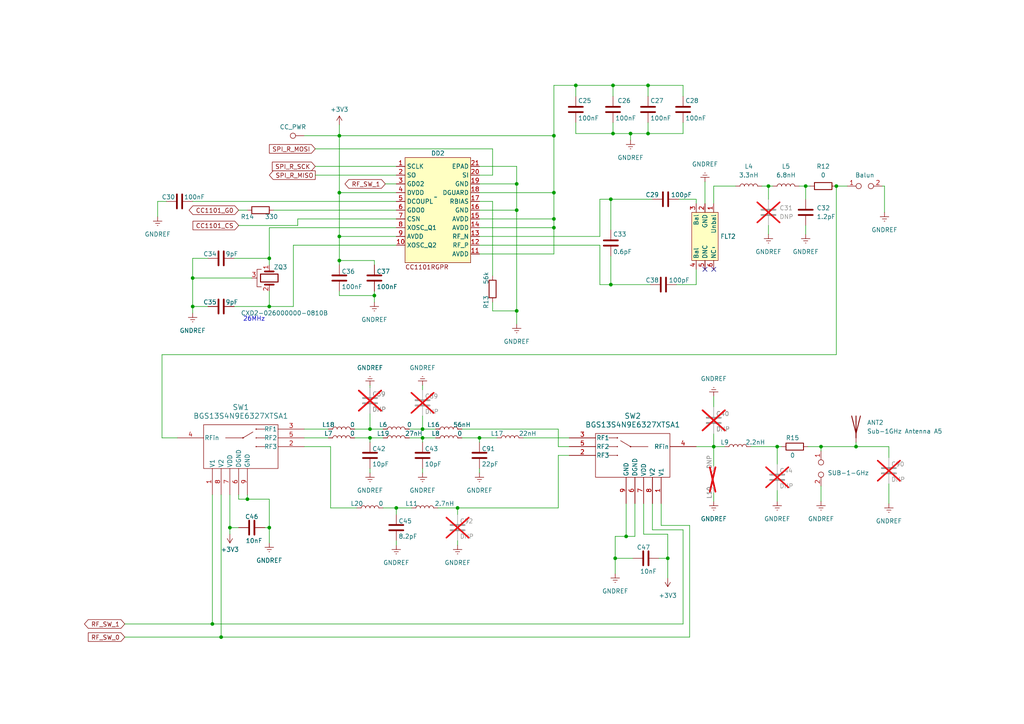
<source format=kicad_sch>
(kicad_sch (version 20230121) (generator eeschema)
  (paper "A4")
  (title_block (title "Flipper Device DIY") (rev "13.F7B9C6") (company "Originally from : Flipper Devices Inc.") (comment 1 "DIY Version 1.0"))
  (lib_symbols
    (symbol "BGS13S4N9E6327XTSA1:BGS13S4N9E6327XTSA1" (pin_names (offset 0.254))
      (property "Reference" "SW" (at 20.32 10.16 0))
      (property "Value" "BGS13S4N9E6327XTSA1" (at 20.32 7.62 0))
      (symbol "BGS13S4N9E6327XTSA1_0_1"
        (pin bidirectional line (at 13.97 -20.32 90) (length 7.62) (name "V1") (number "1"))
        (pin bidirectional line (at 40.64 -6.35 180) (length 7.62) (name "RF3") (number "2"))
        (pin bidirectional line (at 40.64 -1.27 180) (length 7.62) (name "RF1") (number "3"))
        (pin unspecified line (at 3.81 -3.81 0) (length 7.62) (name "RFin") (number "4"))
        (pin bidirectional line (at 40.64 -3.81 180) (length 7.62) (name "RF2") (number "5"))
        (pin power_out line (at 21.59 -20.32 90) (length 7.62) (name "DGND") (number "6"))
        (pin power_in line (at 19.05 -20.32 90) (length 7.62) (name "VDD") (number "7"))
        (pin bidirectional line (at 16.51 -20.32 90) (length 7.62) (name "V2") (number "8"))
        (pin power_out line (at 24.13 -20.32 90) (length 7.62) (name "GND") (number "9"))
      )
      (symbol "BGS13S4N9E6327XTSA1_1_1"
        (polyline (pts (xy 17.78 -3.81) (xy 22.86 -3.81)))
        (polyline (pts (xy 22.86 -3.81) (xy 25.7472 -2.0859)))
        (polyline (pts (xy 29.21 -6.35) (xy 26.67 -6.35)))
        (polyline (pts (xy 29.21 -3.81) (xy 26.67 -3.81)))
        (polyline (pts (xy 29.21 -1.27) (xy 26.67 -1.27)))
        (rectangle (start 11.43 0) (end 33.02 -12.7))
        (circle (center 22.86 -3.81) (radius 0.1396))
        (circle (center 26.67 -6.35) (radius 0.1001))
        (circle (center 26.67 -3.81) (radius 0.0899))
        (circle (center 26.67 -1.27) (radius 0.1168))
      )
    )
    (symbol "Connector:TestPoint" (pin_numbers hide) (pin_names (offset 0.762) hide)
      (property "Reference" "TP" (at 0 6.858 0))
      (property "Value" "TestPoint" (at 0 5.08 0))
      (symbol "TestPoint_0_1"
        (circle (center 0 3.302) (radius 0.762))
      )
      (symbol "TestPoint_1_1"
        (pin passive line (at 0 0 90) (length 2.54) (name "1") (number "1"))
      )
    )
    (symbol "Connector:TestPoint_2Pole" (pin_names (offset 0.762) hide)
      (property "Reference" "TP" (at 0 1.524 0))
      (property "Value" "TestPoint_2Pole" (at 0 -1.778 0))
      (symbol "TestPoint_2Pole_0_1"
        (circle (center -1.778 0) (radius 0.762))
        (circle (center 1.778 0) (radius 0.762))
        (pin passive line (at -5.08 0 0) (length 2.54) (name "1") (number "1"))
        (pin passive line (at 5.08 0 180) (length 2.54) (name "2") (number "2"))
      )
    )
    (symbol "Device:Antenna" (pin_numbers hide) (pin_names (offset 1.016) hide)
      (property "Reference" "AE" (at -1.905 1.905 0))
      (property "Value" "Antenna" (at -1.905 0 0))
      (symbol "Antenna_0_1"
        (polyline (pts (xy 0 2.54) (xy 0 -3.81)) (stroke (width 0.254)))
        (polyline (pts (xy 1.27 2.54) (xy 0 -2.54) (xy -1.27 2.54)) (stroke (width 0.254)))
      )
      (symbol "Antenna_1_1"
        (pin input line (at 0 -5.08 90) (length 2.54) (name "A") (number "1"))
      )
    )
    (symbol "Device:C" (pin_numbers hide) (pin_names (offset 0.254))
      (property "Reference" "C" (at 0.635 2.54 0))
      (property "Value" "C" (at 0.635 -2.54 0))
      (symbol "C_0_1"
        (polyline (pts (xy -2.032 -0.762) (xy 2.032 -0.762)) (stroke (width 0.508)))
        (polyline (pts (xy -2.032 0.762) (xy 2.032 0.762)) (stroke (width 0.508)))
      )
      (symbol "C_1_1"
        (pin passive line (at 0 3.81 270) (length 2.794) (name "~") (number "1"))
        (pin passive line (at 0 -3.81 90) (length 2.794) (name "~") (number "2"))
      )
    )
    (symbol "Device:Crystal_GND3" (pin_names (offset 1.016) hide)
      (property "Reference" "Y" (at 0 5.715 0))
      (property "Value" "Crystal_GND3" (at 0 3.81 0))
      (symbol "Crystal_GND3_0_1"
        (rectangle (start -1.143 2.54) (end 1.143 -2.54) (stroke (width 0.3048)))
        (polyline (pts (xy -2.54 0) (xy -1.905 0)))
        (polyline (pts (xy -1.905 -1.27) (xy -1.905 1.27)) (stroke (width 0.508)))
        (polyline (pts (xy 0 -3.81) (xy 0 -3.556)))
        (polyline (pts (xy 1.905 0) (xy 2.54 0)))
        (polyline (pts (xy 1.905 1.27) (xy 1.905 -1.27)) (stroke (width 0.508)))
        (polyline (pts (xy -2.54 -2.286) (xy -2.54 -3.556) (xy 2.54 -3.556) (xy 2.54 -2.286)))
      )
      (symbol "Crystal_GND3_1_1"
        (pin passive line (at -3.81 0 0) (length 1.27) (name "1") (number "1"))
        (pin passive line (at 3.81 0 180) (length 1.27) (name "2") (number "2"))
        (pin passive line (at 0 -5.08 90) (length 1.27) (name "3") (number "3"))
      )
    )
    (symbol "Device:L" (pin_numbers hide) (pin_names (offset 1.016) hide)
      (property "Reference" "L" (at -1.27 0 90))
      (property "Value" "L" (at 1.905 0 90))
      (symbol "L_0_1"
        (arc (start 0 -2.54) (mid 0.6323 -1.905) (end 0 -1.27))
        (arc (start 0 -1.27) (mid 0.6323 -0.635) (end 0 0))
        (arc (start 0 0) (mid 0.6323 0.635) (end 0 1.27))
        (arc (start 0 1.27) (mid 0.6323 1.905) (end 0 2.54))
      )
      (symbol "L_1_1"
        (pin passive line (at 0 3.81 270) (length 1.27) (name "1") (number "1"))
        (pin passive line (at 0 -3.81 90) (length 1.27) (name "2") (number "2"))
      )
    )
    (symbol "Device:R" (pin_numbers hide) (pin_names (offset 0))
      (property "Reference" "R" (at 2.032 0 90))
      (property "Value" "R" (at 0 0 90))
      (symbol "R_0_1"
        (rectangle (start -1.016 -2.54) (end 1.016 2.54) (stroke (width 0.254)))
      )
      (symbol "R_1_1"
        (pin passive line (at 0 3.81 270) (length 1.27) (name "~") (number "1"))
        (pin passive line (at 0 -3.81 90) (length 1.27) (name "~") (number "2"))
      )
    )
    (symbol "Flipper_Zero_Lib:B0310J50100AHF"
      (property "Reference" "FLT" (at 8.89 7.62 0))
      (symbol "B0310J50100AHF_1_1"
        (rectangle (start -3.81 6.35) (end 3.81 -7.62) (fill (type background)))
        (pin bidirectional line (at 2.54 8.89 270) (length 2.54) (name "Unbal") (number "1"))
        (pin bidirectional line (at 0 8.89 270) (length 2.54) (name "GND") (number "2"))
        (pin bidirectional line (at -2.54 8.89 270) (length 2.54) (name "Bal") (number "3"))
        (pin bidirectional line (at -2.54 -10.16 90) (length 2.54) (name "Bal") (number "4"))
        (pin bidirectional line (at 0 -10.16 90) (length 2.54) (name "DNC") (number "5"))
        (pin bidirectional line (at 2.54 -10.16 90) (length 2.54) (name "NC") (number "6"))
      )
    )
    (symbol "Flipper_Zero_Lib:CC1101RGPR"
      (property "Reference" "DD" (at 0 12.7 0))
      (symbol "CC1101RGPR_1_1"
        (rectangle (start -10.16 11.43) (end 8.89 -19.05) (fill (type background)))
        (text "CC1101RGPR" (at -3.81 -20.32 0) (effects (font (size 1.27 1.27))))
        (pin input line (at -12.7 8.89 0) (length 2.54) (name "SCLK") (number "1"))
        (pin bidirectional line (at -12.7 -13.97 0) (length 2.54) (name "XOSC_Q2") (number "10"))
        (pin bidirectional line (at 11.43 -16.51 180) (length 2.54) (name "AVDD") (number "11"))
        (pin bidirectional line (at 11.43 -13.97 180) (length 2.54) (name "RF_P") (number "12"))
        (pin bidirectional line (at 11.43 -11.43 180) (length 2.54) (name "RF_N") (number "13"))
        (pin bidirectional line (at 11.43 -8.89 180) (length 2.54) (name "AVDD") (number "14"))
        (pin bidirectional line (at 11.43 -6.35 180) (length 2.54) (name "AVDD") (number "15"))
        (pin bidirectional line (at 11.43 -3.81 180) (length 2.54) (name "GND") (number "16"))
        (pin bidirectional line (at 11.43 -1.27 180) (length 2.54) (name "RBIAS") (number "17"))
        (pin bidirectional line (at 11.43 1.27 180) (length 2.54) (name "DGUARD") (number "18"))
        (pin bidirectional line (at 11.43 3.81 180) (length 2.54) (name "GND") (number "19"))
        (pin output line (at -12.7 6.35 0) (length 2.54) (name "SO") (number "2"))
        (pin bidirectional line (at 11.43 6.35 180) (length 2.54) (name "SI") (number "20"))
        (pin bidirectional line (at 11.43 8.89 180) (length 2.54) (name "EPAD") (number "21"))
        (pin bidirectional line (at -12.7 3.81 0) (length 2.54) (name "GD02") (number "3"))
        (pin bidirectional line (at -12.7 1.27 0) (length 2.54) (name "DVDD") (number "4"))
        (pin bidirectional line (at -12.7 -1.27 0) (length 2.54) (name "DCOUPL") (number "5"))
        (pin bidirectional line (at -12.7 -3.81 0) (length 2.54) (name "GDO0") (number "6"))
        (pin bidirectional line (at -12.7 -6.35 0) (length 2.54) (name "CSN") (number "7"))
        (pin bidirectional line (at -12.7 -8.89 0) (length 2.54) (name "XOSC_Q1") (number "8"))
        (pin bidirectional line (at -12.7 -11.43 0) (length 2.54) (name "AVDD") (number "9"))
      )
    )
    (symbol "power:+3V3" (power) (pin_names (offset 0))
      (property "Value" "+3V3" (at 0 3.556 0))
      (symbol "+3V3_0_1"
        (polyline (pts (xy -0.762 1.27) (xy 0 2.54)))
        (polyline (pts (xy 0 0) (xy 0 2.54)))
        (polyline (pts (xy 0 2.54) (xy 0.762 1.27)))
      )
      (symbol "+3V3_1_1"
        (pin power_in line (at 0 0 90) (length 0) hide (name "+3V3") (number "1"))
      )
    )
    (symbol "power:GNDREF" (power) (pin_names (offset 0))
      (property "Value" "GNDREF" (at 0 -3.81 0))
      (symbol "GNDREF_0_1"
        (polyline (pts (xy -0.635 -1.905) (xy 0.635 -1.905)))
        (polyline (pts (xy -0.127 -2.54) (xy 0.127 -2.54)))
        (polyline (pts (xy 0 -1.27) (xy 0 0)))
        (polyline (pts (xy 1.27 -1.27) (xy -1.27 -1.27)))
      )
      (symbol "GNDREF_1_1"
        (pin power_in line (at 0 0 270) (length 0) hide (name "GNDREF") (number "1"))
      )
    )
  )
  (junction (at 238.125 129.54))
  (junction (at 98.425 39.37))
  (junction (at 139.065 127))
  (junction (at 64.135 184.785))
  (junction (at 160.655 55.88))
  (junction (at 160.655 63.5))
  (junction (at 107.315 127))
  (junction (at 177.8 24.765))
  (junction (at 177.165 57.785))
  (junction (at 78.105 153.035))
  (junction (at 178.435 161.925))
  (junction (at 98.425 75.565))
  (junction (at 71.755 144.78))
  (junction (at 132.715 147.32))
  (junction (at 187.96 38.735))
  (junction (at 160.655 66.04))
  (junction (at 149.86 53.34))
  (junction (at 114.935 147.32))
  (junction (at 61.595 180.975))
  (junction (at 181.61 155.575))
  (junction (at 55.88 80.645))
  (junction (at 122.555 124.46))
  (junction (at 177.165 82.55))
  (junction (at 193.675 161.925))
  (junction (at 242.57 53.975))
  (junction (at 182.88 38.735))
  (junction (at 149.86 90.17))
  (junction (at 149.86 60.96))
  (junction (at 187.96 24.765))
  (junction (at 160.655 39.37))
  (junction (at 122.555 127))
  (junction (at 207.01 129.54))
  (junction (at 225.425 129.54))
  (junction (at 233.68 53.975))
  (junction (at 78.105 74.93))
  (junction (at 78.105 88.9))
  (junction (at 107.315 124.46))
  (junction (at 98.425 68.58))
  (junction (at 66.675 153.035))
  (junction (at 55.88 88.9))
  (junction (at 177.8 38.735))
  (junction (at 108.585 85.725))
  (junction (at 98.425 55.88))
  (junction (at 167.005 24.765))
  (junction (at 222.885 53.975))
  (junction (at 248.285 129.54))
  (no_connect (at 207.01 78.105))
  (no_connect (at 204.47 78.105))
  (wire (pts (xy 161.925 129.54) (xy 161.925 124.46)))
  (wire (pts (xy 207.01 129.54) (xy 201.93 129.54)))
  (wire (pts (xy 71.755 144.78) (xy 69.215 144.78)))
  (wire (pts (xy 95.885 129.54) (xy 95.885 147.32)))
  (wire (pts (xy 233.68 53.975) (xy 234.95 53.975)))
  (wire (pts (xy 86.36 63.5) (xy 114.935 63.5)))
  (wire (pts (xy 78.105 84.455) (xy 78.105 88.9)))
  (wire (pts (xy 149.86 90.17) (xy 149.86 93.98)))
  (wire (pts (xy 187.96 35.56) (xy 187.96 38.735)))
  (wire (pts (xy 198.12 153.67) (xy 198.12 180.975)))
  (wire (pts (xy 186.69 146.05) (xy 186.69 154.94)))
  (wire (pts (xy 86.36 65.405) (xy 86.36 63.5)))
  (wire (pts (xy 139.065 63.5) (xy 160.655 63.5)))
  (wire (pts (xy 177.165 82.55) (xy 177.165 74.295)))
  (wire (pts (xy 45.72 58.42) (xy 45.72 62.865)))
  (wire (pts (xy 184.15 155.575) (xy 181.61 155.575)))
  (wire (pts (xy 182.88 38.735) (xy 182.88 40.64)))
  (wire (pts (xy 78.105 74.93) (xy 67.945 74.93)))
  (wire (pts (xy 55.88 88.9) (xy 55.88 90.805)))
  (wire (pts (xy 233.68 53.975) (xy 233.68 57.785)))
  (wire (pts (xy 182.88 38.735) (xy 187.96 38.735)))
  (wire (pts (xy 217.805 129.54) (xy 225.425 129.54)))
  (wire (pts (xy 160.655 55.88) (xy 160.655 39.37)))
  (wire (pts (xy 193.675 161.925) (xy 193.675 167.64)))
  (wire (pts (xy 107.315 120.015) (xy 107.315 124.46)))
  (wire (pts (xy 149.86 48.26) (xy 149.86 53.34)))
  (wire (pts (xy 142.875 43.18) (xy 142.875 50.8)))
  (wire (pts (xy 173.99 71.12) (xy 173.99 82.55)))
  (wire (pts (xy 191.77 146.05) (xy 191.77 152.4)))
  (wire (pts (xy 122.555 127) (xy 126.365 127)))
  (wire (pts (xy 161.925 147.32) (xy 161.925 132.08)))
  (wire (pts (xy 242.57 53.975) (xy 242.57 102.87)))
  (wire (pts (xy 181.61 146.05) (xy 181.61 155.575)))
  (wire (pts (xy 98.425 75.565) (xy 108.585 75.565)))
  (wire (pts (xy 46.99 102.87) (xy 242.57 102.87)))
  (wire (pts (xy 213.36 53.975) (xy 207.01 53.975)))
  (wire (pts (xy 161.925 132.08) (xy 165.1 132.08)))
  (wire (pts (xy 177.8 24.765) (xy 187.96 24.765)))
  (wire (pts (xy 46.99 127) (xy 46.99 102.87)))
  (wire (pts (xy 198.12 38.735) (xy 198.12 35.56)))
  (wire (pts (xy 78.105 66.04) (xy 78.105 74.93)))
  (wire (pts (xy 127 147.32) (xy 132.715 147.32)))
  (wire (pts (xy 55.88 58.42) (xy 114.935 58.42)))
  (wire (pts (xy 78.105 153.035) (xy 78.105 144.78)))
  (wire (pts (xy 234.315 129.54) (xy 238.125 129.54)))
  (wire (pts (xy 160.655 63.5) (xy 160.655 55.88)))
  (wire (pts (xy 191.77 152.4) (xy 200.025 152.4)))
  (wire (pts (xy 91.44 50.8) (xy 114.935 50.8)))
  (wire (pts (xy 187.96 24.765) (xy 198.12 24.765)))
  (wire (pts (xy 88.265 39.37) (xy 98.425 39.37)))
  (wire (pts (xy 160.655 66.04) (xy 160.655 63.5)))
  (wire (pts (xy 78.105 153.035) (xy 78.105 157.48)))
  (wire (pts (xy 51.435 127) (xy 46.99 127)))
  (wire (pts (xy 198.12 24.765) (xy 198.12 27.94)))
  (wire (pts (xy 142.875 87.63) (xy 142.875 90.17)))
  (wire (pts (xy 66.675 143.51) (xy 66.675 153.035)))
  (wire (pts (xy 139.065 135.89) (xy 139.065 137.16)))
  (wire (pts (xy 139.065 48.26) (xy 149.86 48.26)))
  (wire (pts (xy 160.655 24.765) (xy 167.005 24.765)))
  (wire (pts (xy 107.315 127) (xy 111.125 127)))
  (wire (pts (xy 238.125 129.54) (xy 248.285 129.54)))
  (wire (pts (xy 139.065 53.34) (xy 149.86 53.34)))
  (wire (pts (xy 102.87 127) (xy 107.315 127)))
  (wire (pts (xy 167.005 27.94) (xy 167.005 24.765)))
  (wire (pts (xy 165.1 129.54) (xy 161.925 129.54)))
  (wire (pts (xy 91.44 43.18) (xy 142.875 43.18)))
  (wire (pts (xy 98.425 55.88) (xy 114.935 55.88)))
  (wire (pts (xy 114.935 66.04) (xy 78.105 66.04)))
  (wire (pts (xy 160.655 73.66) (xy 160.655 66.04)))
  (wire (pts (xy 98.425 76.835) (xy 98.425 75.565)))
  (wire (pts (xy 142.875 90.17) (xy 149.86 90.17)))
  (wire (pts (xy 242.57 53.975) (xy 245.745 53.975)))
  (wire (pts (xy 139.065 66.04) (xy 160.655 66.04)))
  (wire (pts (xy 132.715 156.845) (xy 132.715 158.115)))
  (wire (pts (xy 189.23 153.67) (xy 198.12 153.67)))
  (wire (pts (xy 189.23 146.05) (xy 189.23 153.67)))
  (wire (pts (xy 173.99 68.58) (xy 173.99 57.785)))
  (wire (pts (xy 207.01 53.975) (xy 207.01 59.055)))
  (wire (pts (xy 207.01 142.875) (xy 207.01 145.415)))
  (wire (pts (xy 142.875 58.42) (xy 139.065 58.42)))
  (wire (pts (xy 184.15 146.05) (xy 184.15 155.575)))
  (wire (pts (xy 177.8 35.56) (xy 177.8 38.735)))
  (wire (pts (xy 114.935 156.845) (xy 114.935 158.115)))
  (wire (pts (xy 238.125 140.97) (xy 238.125 145.415)))
  (wire (pts (xy 98.425 39.37) (xy 160.655 39.37)))
  (wire (pts (xy 98.425 84.455) (xy 98.425 85.725)))
  (wire (pts (xy 196.85 57.785) (xy 201.93 57.785)))
  (wire (pts (xy 177.8 38.735) (xy 182.88 38.735)))
  (wire (pts (xy 85.09 71.12) (xy 85.09 88.9)))
  (wire (pts (xy 181.61 155.575) (xy 178.435 155.575)))
  (wire (pts (xy 201.93 78.105) (xy 201.93 82.55)))
  (wire (pts (xy 114.935 68.58) (xy 98.425 68.58)))
  (wire (pts (xy 91.44 48.26) (xy 114.935 48.26)))
  (wire (pts (xy 248.285 128.27) (xy 248.285 129.54)))
  (wire (pts (xy 132.715 147.32) (xy 161.925 147.32)))
  (wire (pts (xy 167.005 35.56) (xy 167.005 38.735)))
  (wire (pts (xy 108.585 85.725) (xy 108.585 84.455)))
  (wire (pts (xy 151.765 127) (xy 165.1 127)))
  (wire (pts (xy 98.425 55.88) (xy 98.425 68.58)))
  (wire (pts (xy 114.935 147.32) (xy 114.935 149.225)))
  (wire (pts (xy 139.065 71.12) (xy 173.99 71.12)))
  (wire (pts (xy 66.675 153.035) (xy 69.215 153.035)))
  (wire (pts (xy 178.435 161.925) (xy 183.515 161.925)))
  (wire (pts (xy 122.555 120.65) (xy 122.555 124.46)))
  (wire (pts (xy 78.105 76.835) (xy 78.105 74.93)))
  (wire (pts (xy 118.745 127) (xy 122.555 127)))
  (wire (pts (xy 222.885 53.975) (xy 222.885 57.785)))
  (wire (pts (xy 133.985 127) (xy 139.065 127)))
  (wire (pts (xy 98.425 36.195) (xy 98.425 39.37)))
  (wire (pts (xy 231.775 53.975) (xy 233.68 53.975)))
  (wire (pts (xy 98.425 68.58) (xy 98.425 75.565)))
  (wire (pts (xy 61.595 180.975) (xy 61.595 143.51)))
  (wire (pts (xy 257.81 132.715) (xy 257.81 129.54)))
  (wire (pts (xy 238.125 130.81) (xy 238.125 129.54)))
  (wire (pts (xy 85.09 88.9) (xy 78.105 88.9)))
  (wire (pts (xy 177.8 24.765) (xy 177.8 27.94)))
  (wire (pts (xy 256.54 61.595) (xy 256.54 53.975)))
  (wire (pts (xy 60.325 88.9) (xy 55.88 88.9)))
  (wire (pts (xy 233.68 65.405) (xy 233.68 67.945)))
  (wire (pts (xy 102.87 124.46) (xy 107.315 124.46)))
  (wire (pts (xy 88.265 129.54) (xy 95.885 129.54)))
  (wire (pts (xy 69.215 144.78) (xy 69.215 143.51)))
  (wire (pts (xy 122.555 124.46) (xy 126.365 124.46)))
  (wire (pts (xy 111.76 53.34) (xy 114.935 53.34)))
  (wire (pts (xy 186.69 154.94) (xy 193.675 154.94)))
  (wire (pts (xy 107.315 124.46) (xy 111.125 124.46)))
  (wire (pts (xy 79.375 60.96) (xy 114.935 60.96)))
  (wire (pts (xy 78.105 88.9) (xy 67.945 88.9)))
  (wire (pts (xy 193.675 161.925) (xy 191.135 161.925)))
  (wire (pts (xy 78.105 144.78) (xy 71.755 144.78)))
  (wire (pts (xy 177.165 66.675) (xy 177.165 57.785)))
  (wire (pts (xy 200.025 152.4) (xy 200.025 184.785)))
  (wire (pts (xy 88.265 124.46) (xy 95.25 124.46)))
  (wire (pts (xy 118.745 124.46) (xy 122.555 124.46)))
  (wire (pts (xy 55.88 80.645) (xy 55.88 74.93)))
  (wire (pts (xy 69.215 60.96) (xy 71.755 60.96)))
  (wire (pts (xy 178.435 161.925) (xy 178.435 166.37)))
  (wire (pts (xy 149.86 53.34) (xy 149.86 60.96)))
  (wire (pts (xy 98.425 39.37) (xy 98.425 55.88)))
  (wire (pts (xy 207.01 125.73) (xy 207.01 129.54)))
  (wire (pts (xy 142.875 80.01) (xy 142.875 58.42)))
  (wire (pts (xy 257.81 140.335) (xy 257.81 146.05)))
  (wire (pts (xy 173.99 82.55) (xy 177.165 82.55)))
  (wire (pts (xy 132.715 147.32) (xy 132.715 149.225)))
  (wire (pts (xy 256.54 53.975) (xy 255.905 53.975)))
  (wire (pts (xy 98.425 85.725) (xy 108.585 85.725)))
  (wire (pts (xy 36.195 180.975) (xy 61.595 180.975)))
  (wire (pts (xy 200.025 184.785) (xy 64.135 184.785)))
  (wire (pts (xy 188.595 82.55) (xy 177.165 82.55)))
  (wire (pts (xy 187.96 27.94) (xy 187.96 24.765)))
  (wire (pts (xy 55.88 88.9) (xy 55.88 80.645)))
  (wire (pts (xy 207.01 114.935) (xy 207.01 118.11)))
  (wire (pts (xy 201.93 57.785) (xy 201.93 59.055)))
  (wire (pts (xy 111.125 147.32) (xy 114.935 147.32)))
  (wire (pts (xy 167.005 38.735) (xy 177.8 38.735)))
  (wire (pts (xy 160.655 39.37) (xy 160.655 24.765)))
  (wire (pts (xy 122.555 127) (xy 122.555 128.27)))
  (wire (pts (xy 139.065 127) (xy 144.145 127)))
  (wire (pts (xy 173.99 57.785) (xy 177.165 57.785)))
  (wire (pts (xy 161.925 124.46) (xy 133.985 124.46)))
  (wire (pts (xy 225.425 129.54) (xy 226.695 129.54)))
  (wire (pts (xy 139.065 68.58) (xy 173.99 68.58)))
  (wire (pts (xy 207.01 129.54) (xy 207.01 135.255)))
  (wire (pts (xy 66.675 153.035) (xy 66.675 154.94)))
  (wire (pts (xy 139.065 127) (xy 139.065 128.27)))
  (wire (pts (xy 108.585 75.565) (xy 108.585 76.835)))
  (wire (pts (xy 220.98 53.975) (xy 222.885 53.975)))
  (wire (pts (xy 107.315 127) (xy 107.315 128.27)))
  (wire (pts (xy 225.425 142.24) (xy 225.425 145.415)))
  (wire (pts (xy 108.585 85.725) (xy 108.585 87.63)))
  (wire (pts (xy 222.885 65.405) (xy 222.885 67.945)))
  (wire (pts (xy 139.065 60.96) (xy 149.86 60.96)))
  (wire (pts (xy 36.195 184.785) (xy 64.135 184.785)))
  (wire (pts (xy 207.01 129.54) (xy 210.185 129.54)))
  (wire (pts (xy 55.88 74.93) (xy 60.325 74.93)))
  (wire (pts (xy 178.435 155.575) (xy 178.435 161.925)))
  (wire (pts (xy 257.81 129.54) (xy 248.285 129.54)))
  (wire (pts (xy 78.105 153.035) (xy 76.835 153.035)))
  (wire (pts (xy 48.26 58.42) (xy 45.72 58.42)))
  (wire (pts (xy 114.935 147.32) (xy 119.38 147.32)))
  (wire (pts (xy 122.555 111.76) (xy 122.555 113.03)))
  (wire (pts (xy 187.96 38.735) (xy 198.12 38.735)))
  (wire (pts (xy 122.555 135.89) (xy 122.555 137.16)))
  (wire (pts (xy 71.755 143.51) (xy 71.755 144.78)))
  (wire (pts (xy 201.93 82.55) (xy 196.215 82.55)))
  (wire (pts (xy 69.215 65.405) (xy 86.36 65.405)))
  (wire (pts (xy 139.065 73.66) (xy 160.655 73.66)))
  (wire (pts (xy 88.265 127) (xy 95.25 127)))
  (wire (pts (xy 222.885 53.975) (xy 224.155 53.975)))
  (wire (pts (xy 55.88 80.645) (xy 73.025 80.645)))
  (wire (pts (xy 167.005 24.765) (xy 177.8 24.765)))
  (wire (pts (xy 142.875 50.8) (xy 139.065 50.8)))
  (wire (pts (xy 107.315 111.76) (xy 107.315 112.395)))
  (wire (pts (xy 149.86 60.96) (xy 149.86 90.17)))
  (wire (pts (xy 193.675 154.94) (xy 193.675 161.925)))
  (wire (pts (xy 204.47 52.705) (xy 204.47 59.055)))
  (wire (pts (xy 225.425 129.54) (xy 225.425 134.62)))
  (wire (pts (xy 114.935 71.12) (xy 85.09 71.12)))
  (wire (pts (xy 139.065 55.88) (xy 160.655 55.88)))
  (wire (pts (xy 61.595 180.975) (xy 198.12 180.975)))
  (wire (pts (xy 95.885 147.32) (xy 103.505 147.32)))
  (wire (pts (xy 107.315 135.89) (xy 107.315 137.16)))
  (wire (pts (xy 64.135 184.785) (xy 64.135 143.51)))
  (wire (pts (xy 177.165 57.785) (xy 189.23 57.785)))
  (text "26MHz" (at 70.485 93.345 0) (effects (font (size 1.27 1.27)) (justify left bottom)))
  (global_label "SPI_R_MISO" (shape output) (at 91.44 50.8 180) (property "Intersheetrefs" "${INTERSHEET_REFS}" (effects hide)))
  (global_label "CC1101_CS" (shape input) (at 69.215 65.405 180) (property "Intersheetrefs" "${INTERSHEET_REFS}" (effects hide)))
  (global_label "CC1101_G0" (shape bidirectional) (at 69.215 60.96 180) (property "Intersheetrefs" "${INTERSHEET_REFS}" (effects hide)))
  (global_label "SPI_R_MOSI" (shape input) (at 91.44 43.18 180) (property "Intersheetrefs" "${INTERSHEET_REFS}" (effects hide)))
  (global_label "RF_SW_1" (shape bidirectional) (at 36.195 180.975 180) (property "Intersheetrefs" "${INTERSHEET_REFS}" (effects hide)))
  (global_label "RF_SW_1" (shape bidirectional) (at 111.76 53.34 180) (property "Intersheetrefs" "${INTERSHEET_REFS}" (effects hide)))
  (global_label "RF_SW_0" (shape input) (at 36.195 184.785 180) (property "Intersheetrefs" "${INTERSHEET_REFS}" (effects hide)))
  (global_label "SPI_R_SCK" (shape input) (at 91.44 48.26 180) (property "Intersheetrefs" "${INTERSHEET_REFS}" (effects hide)))
  (symbol (lib_id "Device:C") (at 177.8 31.75 0) (unit 1)
    (property "Reference" "C26" (at 179.07 29.21 0) (effects (justify left)))
    (property "Value" "100nF" (at 178.435 34.29 0) (effects (justify left)))
    (property "Footprint" "Capacitor_SMD:C_0402_1005Metric" (effects hide))
  )
  (symbol (lib_id "power:GNDREF") (at 132.715 158.115 0) (unit 1)
    (property "Reference" "#PWR0104" (effects hide))
    (property "Value" "GNDREF" (at 132.715 163.195 0))
  )
  (symbol (lib_id "Device:C") (at 257.81 136.525 0) (unit 1) (dnp yes)
    (property "Reference" "C90" (at 258.445 134.62 0) (effects (justify left)))
    (property "Value" "DNP" (at 258.445 139.065 0) (effects (justify left)))
    (property "Footprint" "Capacitor_SMD:C_0402_1005Metric" (effects hide))
  )
  (symbol (lib_id "Device:C") (at 122.555 132.08 0) (unit 1)
    (property "Reference" "C43" (at 123.19 130.175 0) (effects (justify left)))
    (property "Value" "10pF" (at 123.19 134.62 0) (effects (justify left)))
    (property "Footprint" "Capacitor_SMD:C_0402_1005Metric" (effects hide))
  )
  (symbol (lib_id "Device:L") (at 207.01 139.065 180) (unit 1) (dnp yes)
    (property "Reference" "L10" (at 205.74 142.875 90))
    (property "Value" "DNP" (at 205.74 133.985 90))
    (property "Footprint" "Inductor_SMD:L_0402_1005Metric" (effects hide))
  )
  (symbol (lib_id "Device:L") (at 147.955 127 90) (unit 1)
    (property "Reference" "L17" (at 144.145 125.73 90))
    (property "Value" "22nH" (at 153.035 125.73 90))
    (property "Footprint" "Inductor_SMD:L_0402_1005Metric" (effects hide))
  )
  (symbol (lib_id "power:+3V3") (at 66.675 154.94 180) (unit 1)
    (property "Reference" "#PWR097" (effects hide))
    (property "Value" "+3V3" (at 66.675 159.385 0))
  )
  (symbol (lib_id "Device:C") (at 107.315 132.08 0) (unit 1)
    (property "Reference" "C42" (at 107.95 130.175 0) (effects (justify left)))
    (property "Value" "10pF" (at 107.95 134.62 0) (effects (justify left)))
    (property "Footprint" "Capacitor_SMD:C_0402_1005Metric" (effects hide))
  )
  (symbol (lib_id "Device:C") (at 187.325 161.925 90) (unit 1)
    (property "Reference" "C47" (at 188.595 158.75 90) (effects (justify left)))
    (property "Value" "10nF" (at 190.5 165.735 90) (effects (justify left)))
    (property "Footprint" "Capacitor_SMD:C_0402_1005Metric" (effects hide))
  )
  (symbol (lib_id "power:+3V3") (at 193.675 167.64 180) (unit 1)
    (property "Reference" "#PWR0107" (effects hide))
    (property "Value" "+3V3" (at 193.675 172.72 0))
  )
  (symbol (lib_id "Device:Antenna") (at 248.285 123.19 0) (unit 1)
    (property "Reference" "ANT2" (at 251.46 122.555 0) (effects (justify left)))
    (property "Value" "Sub-1GHz Antenna A5" (at 251.46 125.095 0) (effects (justify left)))
    (property "Footprint" "footprints:ANT_1001312_AVX" (effects hide))
  )
  (symbol (lib_id "Device:R") (at 238.76 53.975 90) (unit 1)
    (property "Reference" "R12" (at 238.76 48.26 90))
    (property "Value" "0" (at 238.76 50.8 90))
    (property "Footprint" "Resistor_SMD:R_0201_0603Metric" (effects hide))
  )
  (symbol (lib_id "Device:L") (at 130.175 124.46 90) (unit 1)
    (property "Reference" "L16" (at 125.73 123.19 90))
    (property "Value" "56nH" (at 133.985 123.19 90))
    (property "Footprint" "Inductor_SMD:L_0402_1005Metric" (effects hide))
  )
  (symbol (lib_id "Device:L") (at 123.19 147.32 90) (unit 1)
    (property "Reference" "L11" (at 119.38 146.05 90))
    (property "Value" "2.7nH" (at 128.905 146.05 90))
    (property "Footprint" "Inductor_SMD:L_0402_1005Metric" (effects hide))
  )
  (symbol (lib_id "Device:C") (at 114.935 153.035 0) (unit 1)
    (property "Reference" "C45" (at 115.57 151.13 0) (effects (justify left)))
    (property "Value" "8.2pF" (at 115.57 155.575 0) (effects (justify left)))
    (property "Footprint" "Capacitor_SMD:C_0402_1005Metric" (effects hide))
  )
  (symbol (lib_id "Device:C") (at 198.12 31.75 0) (unit 1)
    (property "Reference" "C28" (at 198.755 29.21 0) (effects (justify left)))
    (property "Value" "100nF" (at 198.755 34.29 0) (effects (justify left)))
    (property "Footprint" "Capacitor_SMD:C_0402_1005Metric" (effects hide))
  )
  (symbol (lib_id "Device:L") (at 99.06 127 90) (unit 1)
    (property "Reference" "L7" (at 95.25 125.73 90))
    (property "Value" "0" (at 102.235 125.73 90))
    (property "Footprint" "Inductor_SMD:L_0402_1005Metric" (effects hide))
  )
  (symbol (lib_id "Device:L") (at 114.935 124.46 90) (unit 1)
    (property "Reference" "L6" (at 111.125 123.19 90))
    (property "Value" "0" (at 118.745 123.19 90))
    (property "Footprint" "Inductor_SMD:L_0402_1005Metric" (effects hide))
  )
  (symbol (lib_id "Device:L") (at 130.175 127 90) (unit 1)
    (property "Reference" "L8" (at 126.365 125.73 90))
    (property "Value" "0" (at 133.35 125.73 90))
    (property "Footprint" "Inductor_SMD:L_0402_1005Metric" (effects hide))
  )
  (symbol (lib_id "Connector:TestPoint_2Pole") (at 250.825 53.975 0) (unit 1)
    (property "Reference" "TP54" (effects hide))
    (property "Value" "Balun" (at 250.825 50.8 0))
    (property "Footprint" "footprints:2_TEST_PIN_1.35mm_pitch" (effects hide))
  )
  (symbol (lib_id "power:GNDREF") (at 78.105 157.48 0) (unit 1)
    (property "Reference" "#PWR098" (effects hide))
    (property "Value" "GNDREF" (at 78.105 162.56 0))
  )
  (symbol (lib_id "power:GNDREF") (at 122.555 111.76 180) (unit 1)
    (property "Reference" "#PWR0100" (effects hide))
    (property "Value" "GNDREF" (at 122.555 106.68 0))
  )
  (symbol (lib_id "power:GNDREF") (at 207.01 145.415 0) (unit 1)
    (property "Reference" "#PWR0109" (effects hide))
    (property "Value" "GNDREF" (at 207.01 150.495 0))
  )
  (symbol (lib_id "BGS13S4N9E6327XTSA1:BGS13S4N9E6327XTSA1") (at 47.625 123.19 0) (unit 1)
    (property "Reference" "SW1" (at 69.85 118.11 0) (effects (font (size 1.524 1.524))))
    (property "Value" "BGS13S4N9E6327XTSA1" (at 69.85 120.65 0) (effects (font (size 1.524 1.524))))
    (property "Footprint" "footprints:TSNP-9-3_INF" (effects hide))
    (property "Datasheet" "BGS13S4N9E6327XTSA1" (effects hide))
  )
  (symbol (lib_id "BGS13S4N9E6327XTSA1:BGS13S4N9E6327XTSA1") (at 205.74 125.73 0) (mirror y) (unit 1)
    (property "Reference" "SW2" (at 183.515 120.65 0) (effects (font (size 1.524 1.524))))
    (property "Value" "BGS13S4N9E6327XTSA1" (at 183.515 123.19 0) (effects (font (size 1.524 1.524))))
    (property "Footprint" "footprints:TSNP-9-3_INF" (effects hide))
    (property "Datasheet" "BGS13S4N9E6327XTSA1" (effects hide))
  )
  (symbol (lib_id "Flipper_Zero_Lib:B0310J50100AHF") (at 204.47 67.945 0) (unit 1)
    (property "Reference" "FLT2" (at 208.915 68.58 0) (effects (justify left)))
    (property "Value" "~" (at 207.01 71.755 0))
    (property "Footprint" "footprints:0805_6PIN_PACKAGE" (effects hide))
  )
  (symbol (lib_id "Flipper_Zero_Lib:CC1101RGPR") (at 127.635 57.15 0) (unit 1)
    (property "Reference" "DD2" (at 127 44.45 0))
    (property "Value" "~" (at 126.365 57.15 0))
    (property "Footprint" "Package_DFN_QFN:QFN-20-1EP_4x4mm_P0.5mm_EP2.5x2.5mm" (effects hide))
  )
  (symbol (lib_id "power:GNDREF") (at 45.72 62.865 0) (unit 1)
    (property "Reference" "#PWR089" (effects hide))
    (property "Value" "GNDREF" (at 45.72 67.945 0))
  )
  (symbol (lib_id "Device:C") (at 73.025 153.035 90) (unit 1)
    (property "Reference" "C46" (at 73.025 149.86 90))
    (property "Value" "10nF" (at 73.66 156.845 90))
    (property "Footprint" "Capacitor_SMD:C_0402_1005Metric" (effects hide))
  )
  (symbol (lib_id "power:GNDREF") (at 139.065 137.16 0) (unit 1)
    (property "Reference" "#PWR0103" (effects hide))
    (property "Value" "GNDREF" (at 139.065 142.24 0))
  )
  (symbol (lib_id "power:GNDREF") (at 222.885 67.945 0) (unit 1)
    (property "Reference" "#PWR094" (effects hide))
    (property "Value" "GNDREF" (at 222.885 73.025 0))
  )
  (symbol (lib_id "Device:C") (at 108.585 80.645 0) (unit 1)
    (property "Reference" "C37" (at 109.22 78.74 0) (effects (justify left)))
    (property "Value" "100nF" (at 109.22 83.185 0) (effects (justify left)))
    (property "Footprint" "Capacitor_SMD:C_0402_1005Metric" (effects hide))
  )
  (symbol (lib_id "Device:C") (at 193.04 57.785 90) (unit 1)
    (property "Reference" "C29" (at 191.135 56.515 90) (effects (justify left)))
    (property "Value" "100pF" (at 200.66 56.515 90) (effects (justify left)))
    (property "Footprint" "Capacitor_SMD:C_0402_1005Metric" (effects hide))
  )
  (symbol (lib_id "Connector:TestPoint") (at 88.265 39.37 90) (unit 1)
    (property "Reference" "TP53" (effects hide))
    (property "Value" "CC_PWR" (at 84.963 36.83 90))
    (property "Footprint" "TestPoint:TestPoint_Pad_1.0x1.0mm" (effects hide))
  )
  (symbol (lib_id "power:GNDREF") (at 257.81 146.05 0) (unit 1)
    (property "Reference" "#PWR0112" (effects hide))
    (property "Value" "GNDREF" (at 257.81 151.13 0))
  )
  (symbol (lib_id "Device:L") (at 213.995 129.54 90) (unit 1)
    (property "Reference" "L9" (at 210.185 128.27 90))
    (property "Value" "2.2nH" (at 219.075 128.27 90))
    (property "Footprint" "Inductor_SMD:L_0402_1005Metric" (effects hide))
  )
  (symbol (lib_id "power:GNDREF") (at 207.01 114.935 180) (unit 1)
    (property "Reference" "#PWR0108" (effects hide))
    (property "Value" "GNDREF" (at 207.01 109.855 0))
  )
  (symbol (lib_id "Device:C") (at 187.96 31.75 0) (unit 1)
    (property "Reference" "C27" (at 188.595 29.21 0) (effects (justify left)))
    (property "Value" "100nF" (at 188.595 34.29 0) (effects (justify left)))
    (property "Footprint" "Capacitor_SMD:C_0402_1005Metric" (effects hide))
  )
  (symbol (lib_id "power:GNDREF") (at 238.125 145.415 0) (unit 1)
    (property "Reference" "#PWR0111" (effects hide))
    (property "Value" "GNDREF" (at 238.125 150.495 0))
  )
  (symbol (lib_id "Device:C") (at 64.135 88.9 90) (unit 1)
    (property "Reference" "C35" (at 62.865 87.63 90) (effects (justify left)))
    (property "Value" "9pF" (at 65.405 87.63 90) (effects (justify right)))
    (property "Footprint" "Capacitor_SMD:C_0402_1005Metric" (effects hide))
  )
  (symbol (lib_id "power:GNDREF") (at 108.585 87.63 0) (unit 1)
    (property "Reference" "#PWR091" (effects hide))
    (property "Value" "GNDREF" (at 108.585 92.71 0))
  )
  (symbol (lib_id "power:GNDREF") (at 107.315 137.16 0) (unit 1)
    (property "Reference" "#PWR0101" (effects hide))
    (property "Value" "GNDREF" (at 107.315 142.24 0))
  )
  (symbol (lib_id "power:GNDREF") (at 178.435 166.37 0) (unit 1)
    (property "Reference" "#PWR0106" (effects hide))
    (property "Value" "GNDREF" (at 178.435 171.45 0))
  )
  (symbol (lib_id "Device:R") (at 142.875 83.82 0) (mirror y) (unit 1)
    (property "Reference" "R13" (at 140.97 87.63 90))
    (property "Value" "56k" (at 140.97 80.645 90))
    (property "Footprint" "Resistor_SMD:R_0402_1005Metric" (effects hide))
  )
  (symbol (lib_id "Device:C") (at 52.07 58.42 90) (unit 1)
    (property "Reference" "C30" (at 50.8 57.15 90) (effects (justify left)))
    (property "Value" "100nF" (at 53.34 57.15 90) (effects (justify right)))
    (property "Footprint" "Capacitor_SMD:C_0402_1005Metric" (effects hide))
  )
  (symbol (lib_id "Device:C") (at 107.315 116.205 0) (unit 1) (dnp yes)
    (property "Reference" "C39" (at 107.95 114.3 0) (effects (justify left)))
    (property "Value" "DNP" (at 107.95 118.745 0) (effects (justify left)))
    (property "Footprint" "Capacitor_SMD:C_0402_1005Metric" (effects hide))
  )
  (symbol (lib_id "Device:C") (at 225.425 138.43 0) (unit 1) (dnp yes)
    (property "Reference" "C44" (at 226.06 136.525 0) (effects (justify left)))
    (property "Value" "DNP" (at 226.06 140.97 0) (effects (justify left)))
    (property "Footprint" "Capacitor_SMD:C_0402_1005Metric" (effects hide))
  )
  (symbol (lib_id "power:GNDREF") (at 225.425 145.415 0) (unit 1)
    (property "Reference" "#PWR0110" (effects hide))
    (property "Value" "GNDREF" (at 225.425 150.495 0))
  )
  (symbol (lib_id "Device:C") (at 98.425 80.645 0) (unit 1)
    (property "Reference" "C36" (at 99.06 78.74 0) (effects (justify left)))
    (property "Value" "100nF" (at 99.06 83.185 0) (effects (justify left)))
    (property "Footprint" "Capacitor_SMD:C_0402_1005Metric" (effects hide))
  )
  (symbol (lib_id "Connector:TestPoint_2Pole") (at 238.125 135.89 270) (unit 1)
    (property "Reference" "TP55" (effects hide))
    (property "Value" "SUB-1-GHz" (at 240.03 137.16 90) (effects (justify left)))
    (property "Footprint" "footprints:2_TEST_PIN_1.35mm_pitch" (effects hide))
  )
  (symbol (lib_id "power:GNDREF") (at 55.88 90.805 0) (unit 1)
    (property "Reference" "#PWR090" (effects hide))
    (property "Value" "GNDREF" (at 55.88 95.885 0))
  )
  (symbol (lib_id "Device:R") (at 75.565 60.96 270) (unit 1)
    (property "Reference" "R14" (at 71.755 62.865 90))
    (property "Value" "330" (at 78.74 62.865 90))
    (property "Footprint" "Resistor_SMD:R_0402_1005Metric" (effects hide))
  )
  (symbol (lib_id "power:GNDREF") (at 114.935 158.115 0) (unit 1)
    (property "Reference" "#PWR0105" (effects hide))
    (property "Value" "GNDREF" (at 114.935 163.195 0))
  )
  (symbol (lib_id "power:GNDREF") (at 233.68 67.945 0) (unit 1)
    (property "Reference" "#PWR095" (effects hide))
    (property "Value" "GNDREF" (at 233.68 73.025 0))
  )
  (symbol (lib_id "Device:C") (at 122.555 116.84 0) (unit 1) (dnp yes)
    (property "Reference" "C89" (at 123.19 114.935 0) (effects (justify left)))
    (property "Value" "DNP" (at 123.19 119.38 0) (effects (justify left)))
    (property "Footprint" "Capacitor_SMD:C_0402_1005Metric" (effects hide))
  )
  (symbol (lib_id "power:+3V3") (at 98.425 36.195 0) (unit 1)
    (property "Reference" "#PWR087" (effects hide))
    (property "Value" "+3V3" (at 98.425 31.75 0))
  )
  (symbol (lib_id "power:GNDREF") (at 122.555 137.16 0) (unit 1)
    (property "Reference" "#PWR0102" (effects hide))
    (property "Value" "GNDREF" (at 122.555 142.24 0))
  )
  (symbol (lib_id "power:GNDREF") (at 149.86 93.98 0) (unit 1)
    (property "Reference" "#PWR092" (effects hide))
    (property "Value" "GNDREF" (at 149.86 99.06 0))
  )
  (symbol (lib_id "Device:L") (at 114.935 127 90) (unit 1)
    (property "Reference" "L19" (at 111.125 125.73 90))
    (property "Value" "27nH" (at 120.015 125.73 90))
    (property "Footprint" "Inductor_SMD:L_0402_1005Metric" (effects hide))
  )
  (symbol (lib_id "Device:R") (at 230.505 129.54 90) (unit 1)
    (property "Reference" "R15" (at 229.87 127 90))
    (property "Value" "0" (at 229.87 132.08 90))
    (property "Footprint" "Resistor_SMD:R_0201_0603Metric" (effects hide))
  )
  (symbol (lib_id "Device:C") (at 167.005 31.75 0) (unit 1)
    (property "Reference" "C25" (at 167.64 29.21 0) (effects (justify left)))
    (property "Value" "100nF" (at 167.64 34.29 0) (effects (justify left)))
    (property "Footprint" "Capacitor_SMD:C_0402_1005Metric" (effects hide))
  )
  (symbol (lib_id "Device:C") (at 64.135 74.93 90) (unit 1)
    (property "Reference" "C34" (at 62.865 73.66 90) (effects (justify left)))
    (property "Value" "9pF" (at 65.405 73.66 90) (effects (justify right)))
    (property "Footprint" "Capacitor_SMD:C_0402_1005Metric" (effects hide))
  )
  (symbol (lib_id "power:GNDREF") (at 204.47 52.705 180) (unit 1)
    (property "Reference" "#PWR093" (effects hide))
    (property "Value" "GNDREF" (at 204.47 47.625 0))
  )
  (symbol (lib_id "Device:L") (at 217.17 53.975 90) (unit 1)
    (property "Reference" "L4" (at 217.17 48.26 90))
    (property "Value" "3.3nH" (at 217.17 50.8 90))
    (property "Footprint" "Inductor_SMD:L_0402_1005Metric" (effects hide))
  )
  (symbol (lib_id "Device:C") (at 132.715 153.035 0) (unit 1) (dnp yes)
    (property "Reference" "C92" (at 133.35 151.13 0) (effects (justify left)))
    (property "Value" "DNP" (at 133.35 155.575 0) (effects (justify left)))
    (property "Footprint" "Capacitor_SMD:C_0402_1005Metric" (effects hide))
  )
  (symbol (lib_id "Device:L") (at 227.965 53.975 90) (unit 1)
    (property "Reference" "L5" (at 227.965 48.26 90))
    (property "Value" "6.8nH" (at 227.965 50.8 90))
    (property "Footprint" "Inductor_SMD:L_0402_1005Metric" (effects hide))
  )
  (symbol (lib_id "Device:C") (at 233.68 61.595 0) (unit 1)
    (property "Reference" "C32" (at 236.855 60.325 0) (effects (justify left)))
    (property "Value" "1.2pF" (at 236.855 62.865 0) (effects (justify left)))
    (property "Footprint" "Capacitor_SMD:C_0402_1005Metric" (effects hide))
  )
  (symbol (lib_id "Device:C") (at 192.405 82.55 90) (unit 1)
    (property "Reference" "C38" (at 191.135 81.28 90) (effects (justify left)))
    (property "Value" "100pF" (at 200.025 81.28 90) (effects (justify left)))
    (property "Footprint" "Capacitor_SMD:C_0402_1005Metric" (effects hide))
  )
  (symbol (lib_id "Device:L") (at 107.315 147.32 90) (unit 1)
    (property "Reference" "L20" (at 103.505 146.05 90))
    (property "Value" "0" (at 110.49 146.05 90))
    (property "Footprint" "Inductor_SMD:L_0402_1005Metric" (effects hide))
  )
  (symbol (lib_id "power:GNDREF") (at 107.315 111.76 180) (unit 1)
    (property "Reference" "#PWR099" (effects hide))
    (property "Value" "GNDREF" (at 107.315 106.68 0))
  )
  (symbol (lib_id "Device:C") (at 222.885 61.595 0) (unit 1) (dnp yes)
    (property "Reference" "C31" (at 226.06 60.325 0) (effects (justify left)))
    (property "Value" "DNP" (at 226.06 62.865 0) (effects (justify left)))
    (property "Footprint" "Capacitor_SMD:C_0402_1005Metric" (effects hide))
  )
  (symbol (lib_id "Device:C") (at 207.01 121.92 0) (unit 1) (dnp yes)
    (property "Reference" "C40" (at 207.645 120.015 0) (effects (justify left)))
    (property "Value" "DNP" (at 207.645 124.46 0) (effects (justify left)))
    (property "Footprint" "Capacitor_SMD:C_0402_1005Metric" (effects hide))
  )
  (symbol (lib_id "power:GNDREF") (at 182.88 40.64 0) (unit 1)
    (property "Reference" "#PWR088" (effects hide))
    (property "Value" "GNDREF" (at 182.88 45.72 0))
  )
  (symbol (lib_id "Device:C") (at 139.065 132.08 0) (unit 1)
    (property "Reference" "C91" (at 139.7 130.175 0) (effects (justify left)))
    (property "Value" "22pF" (at 139.7 134.62 0) (effects (justify left)))
    (property "Footprint" "Capacitor_SMD:C_0402_1005Metric" (effects hide))
  )
  (symbol (lib_id "Device:Crystal_GND3") (at 78.105 80.645 270) (unit 1)
    (property "Reference" "ZQ3" (at 79.375 77.47 90) (effects (justify left)))
    (property "Value" "CXD2-026000000-0810B" (at 69.85 90.805 90) (effects (justify left)))
    (property "Footprint" "Crystal:Crystal_SMD_2520-4Pin_2.5x2.0mm" (effects hide))
    (property "description" "Crystals 26MHz 10ppm 8pF -30C +85C" (effects hide))
  )
  (symbol (lib_id "power:GNDREF") (at 256.54 61.595 0) (unit 1)
    (property "Reference" "#PWR096" (effects hide))
    (property "Value" "GNDREF" (at 256.54 66.675 0))
  )
  (symbol (lib_id "Device:L") (at 99.06 124.46 90) (unit 1)
    (property "Reference" "L18" (at 95.25 123.19 90))
    (property "Value" "0" (at 102.235 123.19 90))
    (property "Footprint" "Inductor_SMD:L_0402_1005Metric" (effects hide))
  )
  (symbol (lib_id "Device:C") (at 177.165 70.485 0) (unit 1)
    (property "Reference" "C33" (at 177.8 67.945 0) (effects (justify left)))
    (property "Value" "0.6pF" (at 177.8 73.025 0) (effects (justify left)))
    (property "Footprint" "Capacitor_SMD:C_0402_1005Metric" (effects hide))
  )
)
</source>
